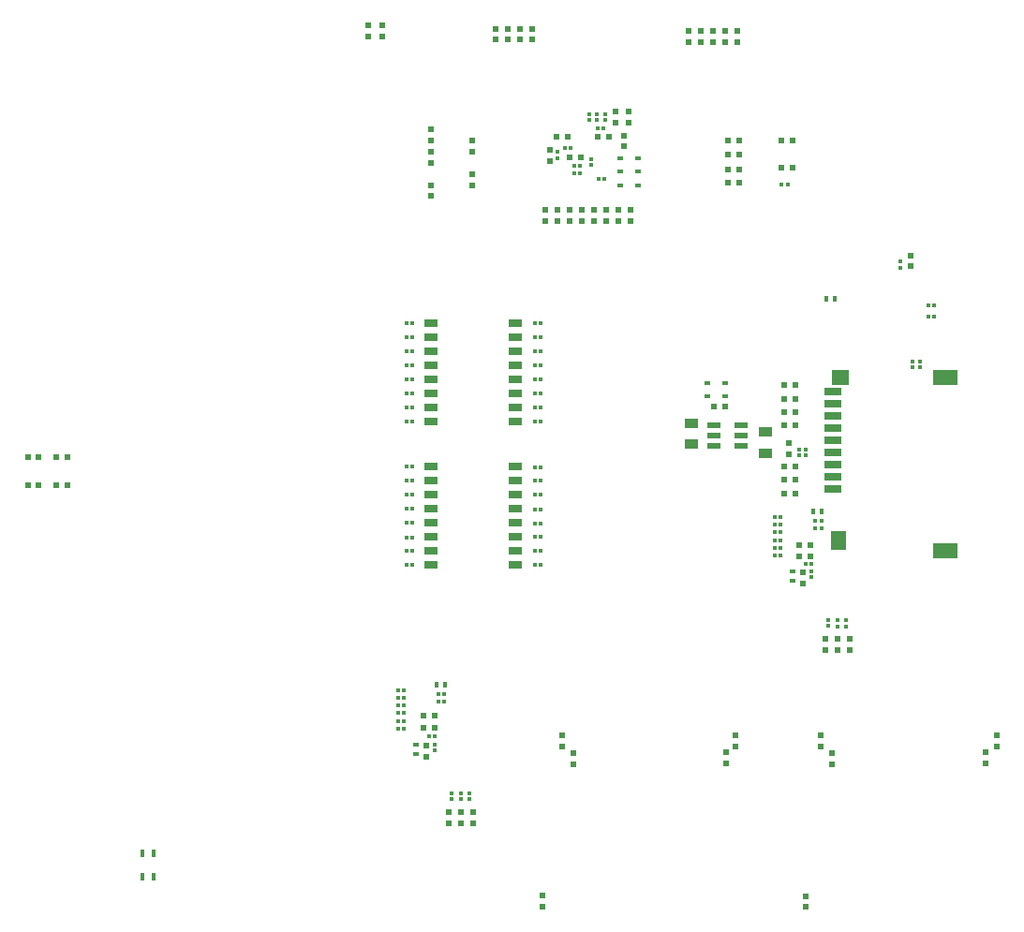
<source format=gbp>
G04*
G04 #@! TF.GenerationSoftware,Altium Limited,Altium Designer,18.1.6 (161)*
G04*
G04 Layer_Color=128*
%FSTAX24Y24*%
%MOIN*%
G70*
G01*
G75*
%ADD24R,0.0118X0.0118*%
%ADD25R,0.0118X0.0118*%
%ADD27R,0.0236X0.0197*%
%ADD29R,0.0157X0.0197*%
%ADD30R,0.0200X0.0140*%
%ADD32R,0.0197X0.0236*%
%ADD36R,0.0197X0.0157*%
%ADD47R,0.0197X0.0197*%
%ADD48R,0.0236X0.0197*%
%ADD64R,0.0197X0.0236*%
G04:AMPARAMS|DCode=67|XSize=47.6mil|YSize=22.8mil|CornerRadius=2.9mil|HoleSize=0mil|Usage=FLASHONLY|Rotation=0.000|XOffset=0mil|YOffset=0mil|HoleType=Round|Shape=RoundedRectangle|*
%AMROUNDEDRECTD67*
21,1,0.0476,0.0171,0,0,0.0*
21,1,0.0419,0.0228,0,0,0.0*
1,1,0.0057,0.0210,-0.0086*
1,1,0.0057,-0.0210,-0.0086*
1,1,0.0057,-0.0210,0.0086*
1,1,0.0057,0.0210,0.0086*
%
%ADD67ROUNDEDRECTD67*%
%ADD76R,0.0197X0.0197*%
%ADD77R,0.0512X0.0354*%
%ADD78R,0.0137X0.0297*%
%ADD205R,0.0500X0.0299*%
%ADD206R,0.0630X0.0276*%
%ADD207R,0.0630X0.0551*%
%ADD208R,0.0866X0.0551*%
%ADD209R,0.0551X0.0709*%
D24*
X056535Y028087D02*
D03*
Y027878D02*
D03*
X05747Y026343D02*
D03*
Y026135D02*
D03*
X057156Y02635D02*
D03*
Y026142D02*
D03*
X057785Y026343D02*
D03*
Y026135D02*
D03*
X056339Y032218D02*
D03*
Y032427D02*
D03*
X056102Y032218D02*
D03*
Y032427D02*
D03*
X043148Y021718D02*
D03*
Y021927D02*
D03*
X060394Y035339D02*
D03*
Y035547D02*
D03*
X060157Y035339D02*
D03*
Y035547D02*
D03*
X059705Y038902D02*
D03*
Y03911D02*
D03*
X043748Y020191D02*
D03*
Y019982D02*
D03*
X044063Y020184D02*
D03*
Y019975D02*
D03*
X044378Y020184D02*
D03*
Y019975D02*
D03*
X049193Y044148D02*
D03*
Y044356D02*
D03*
X048701Y042762D02*
D03*
Y042553D02*
D03*
X047517Y042802D02*
D03*
Y04301D02*
D03*
X048632Y044148D02*
D03*
Y044356D02*
D03*
X048898Y044148D02*
D03*
Y044356D02*
D03*
D25*
X04214Y028307D02*
D03*
X042348D02*
D03*
X04214Y028809D02*
D03*
X042348D02*
D03*
X04214Y029301D02*
D03*
X042348D02*
D03*
X04214Y029813D02*
D03*
X042348D02*
D03*
X04214Y030305D02*
D03*
X042348D02*
D03*
X04214Y030817D02*
D03*
X042348D02*
D03*
X04214Y031309D02*
D03*
X042348D02*
D03*
X04214Y031811D02*
D03*
X042348D02*
D03*
X046703Y028307D02*
D03*
X046911D02*
D03*
X046703Y028809D02*
D03*
X046911D02*
D03*
X046703Y029311D02*
D03*
X046911D02*
D03*
X046703Y029803D02*
D03*
X046911D02*
D03*
X046703Y030295D02*
D03*
X046911D02*
D03*
X046703Y030807D02*
D03*
X046911D02*
D03*
X046703Y031309D02*
D03*
X046911D02*
D03*
Y031801D02*
D03*
X046703D02*
D03*
X055445Y028642D02*
D03*
X055236D02*
D03*
X055445Y03003D02*
D03*
X055236D02*
D03*
X055445Y028927D02*
D03*
X055236D02*
D03*
X055445Y029754D02*
D03*
X055236D02*
D03*
X056896Y029892D02*
D03*
X056687D02*
D03*
X056896Y029626D02*
D03*
X056687D02*
D03*
X055445Y029478D02*
D03*
X055236D02*
D03*
X055445Y029203D02*
D03*
X055236D02*
D03*
X056551Y028346D02*
D03*
X056343D02*
D03*
X041829Y02387D02*
D03*
X042037D02*
D03*
X043488Y023467D02*
D03*
X04328D02*
D03*
X043488Y023732D02*
D03*
X04328D02*
D03*
X042935Y022217D02*
D03*
X043144D02*
D03*
X042037Y022768D02*
D03*
X041829D02*
D03*
Y022482D02*
D03*
X042037D02*
D03*
Y023319D02*
D03*
X041829D02*
D03*
X042037Y023043D02*
D03*
X041829D02*
D03*
X055486Y04185D02*
D03*
X055695D02*
D03*
X060713Y037539D02*
D03*
X060921D02*
D03*
X041829Y023594D02*
D03*
X042037D02*
D03*
X060921Y037146D02*
D03*
X060713D02*
D03*
X046911Y034921D02*
D03*
X046703D02*
D03*
X046911Y036909D02*
D03*
X046703D02*
D03*
X046911Y036427D02*
D03*
X046703D02*
D03*
X046911Y035915D02*
D03*
X046703D02*
D03*
X046911Y035423D02*
D03*
X046703D02*
D03*
X046911Y034419D02*
D03*
X046703D02*
D03*
X046911Y033917D02*
D03*
X046703D02*
D03*
X046911Y033425D02*
D03*
X046703D02*
D03*
X042348Y034931D02*
D03*
X04214D02*
D03*
X042348Y036929D02*
D03*
X04214D02*
D03*
X042348Y036427D02*
D03*
X04214D02*
D03*
X042348Y035925D02*
D03*
X04214D02*
D03*
X042348Y035423D02*
D03*
X04214D02*
D03*
X042348Y034429D02*
D03*
X04214D02*
D03*
X042348Y033927D02*
D03*
X04214D02*
D03*
X042348Y033415D02*
D03*
X04214D02*
D03*
X049136Y043839D02*
D03*
X048927D02*
D03*
X048094Y04251D02*
D03*
X048303D02*
D03*
X04897Y042057D02*
D03*
X049179D02*
D03*
X048094Y042244D02*
D03*
X048303D02*
D03*
X047978Y043159D02*
D03*
X04777D02*
D03*
D27*
X028661Y03215D02*
D03*
X029055D02*
D03*
X030059Y031142D02*
D03*
X029665D02*
D03*
X029055D02*
D03*
X028661D02*
D03*
X029665Y03215D02*
D03*
X030059D02*
D03*
X055974Y030846D02*
D03*
X055581D02*
D03*
X055984Y031339D02*
D03*
X055591D02*
D03*
X055974Y031831D02*
D03*
X055581D02*
D03*
X055974Y033287D02*
D03*
X055581D02*
D03*
X055974Y03376D02*
D03*
X055581D02*
D03*
X055974Y034232D02*
D03*
X055581D02*
D03*
X055974Y034705D02*
D03*
X055581D02*
D03*
D29*
X056919Y030207D02*
D03*
X056604D02*
D03*
X043512Y024047D02*
D03*
X043197D02*
D03*
X057067Y037795D02*
D03*
X057382D02*
D03*
D30*
X049744Y042795D02*
D03*
X050374D02*
D03*
X053465Y034803D02*
D03*
X052835D02*
D03*
X052835Y034331D02*
D03*
X053465D02*
D03*
X050374Y042323D02*
D03*
X049744D02*
D03*
Y041831D02*
D03*
X050374D02*
D03*
D32*
X047884Y043543D02*
D03*
X04749D02*
D03*
X056516Y029016D02*
D03*
X056122D02*
D03*
X042754Y022945D02*
D03*
X043148D02*
D03*
X055866Y042441D02*
D03*
X055472D02*
D03*
X053965Y042402D02*
D03*
X053571D02*
D03*
X053571Y041929D02*
D03*
X053965D02*
D03*
X055866Y043425D02*
D03*
X055472D02*
D03*
X053571Y042913D02*
D03*
X053965D02*
D03*
X053571Y043425D02*
D03*
X053965D02*
D03*
X053465Y033937D02*
D03*
X053071D02*
D03*
X048957Y043543D02*
D03*
X04935D02*
D03*
X047953Y042835D02*
D03*
X048346D02*
D03*
D36*
X055876Y028071D02*
D03*
Y027756D02*
D03*
X042469Y021596D02*
D03*
Y021911D02*
D03*
D47*
X046967Y016144D02*
D03*
Y016537D02*
D03*
X056339Y016142D02*
D03*
Y016535D02*
D03*
X062756Y02126D02*
D03*
Y021654D02*
D03*
X06315Y022244D02*
D03*
Y02185D02*
D03*
X05689Y022244D02*
D03*
Y02185D02*
D03*
X057283Y02122D02*
D03*
Y021614D02*
D03*
X05625Y027657D02*
D03*
Y028051D02*
D03*
X055748Y032244D02*
D03*
Y032638D02*
D03*
X042843Y021892D02*
D03*
Y021498D02*
D03*
X048071Y02122D02*
D03*
Y021614D02*
D03*
X053514Y02125D02*
D03*
Y021644D02*
D03*
X047677Y022244D02*
D03*
Y02185D02*
D03*
X053858Y022244D02*
D03*
Y02185D02*
D03*
X060089Y038937D02*
D03*
Y039331D02*
D03*
X047244Y042677D02*
D03*
Y043071D02*
D03*
X049567Y044045D02*
D03*
Y044439D02*
D03*
D48*
X042992Y041831D02*
D03*
Y041437D02*
D03*
Y043022D02*
D03*
Y042628D02*
D03*
Y043809D02*
D03*
Y043415D02*
D03*
X057037Y025285D02*
D03*
Y025679D02*
D03*
X05747Y025285D02*
D03*
Y025679D02*
D03*
X057904Y025285D02*
D03*
Y025679D02*
D03*
X04363Y01952D02*
D03*
Y019126D02*
D03*
X044063Y01952D02*
D03*
Y019126D02*
D03*
X044496Y01952D02*
D03*
Y019126D02*
D03*
X050118Y040551D02*
D03*
Y040945D02*
D03*
X049685Y040551D02*
D03*
Y040945D02*
D03*
X049252Y040551D02*
D03*
Y040945D02*
D03*
X048819Y040551D02*
D03*
Y040945D02*
D03*
X048386Y040551D02*
D03*
Y040945D02*
D03*
X047953Y040551D02*
D03*
Y040945D02*
D03*
X04752Y040551D02*
D03*
Y040945D02*
D03*
X047087Y040551D02*
D03*
Y040945D02*
D03*
X049882Y043209D02*
D03*
Y043602D02*
D03*
X05003Y044045D02*
D03*
Y044439D02*
D03*
X044488Y043406D02*
D03*
Y043012D02*
D03*
Y041831D02*
D03*
Y042224D02*
D03*
D64*
X052598Y046929D02*
D03*
Y047323D02*
D03*
X053465Y046929D02*
D03*
Y047323D02*
D03*
X053032Y046929D02*
D03*
Y047323D02*
D03*
X052165Y046929D02*
D03*
Y047323D02*
D03*
X053898Y046929D02*
D03*
Y047323D02*
D03*
X046614Y047008D02*
D03*
Y047402D02*
D03*
X046181Y047008D02*
D03*
Y047402D02*
D03*
X045748Y047008D02*
D03*
Y047402D02*
D03*
X045315Y047008D02*
D03*
Y047402D02*
D03*
X04126Y047126D02*
D03*
Y04752D02*
D03*
X040787Y047126D02*
D03*
Y04752D02*
D03*
D67*
X054055Y033287D02*
D03*
Y032913D02*
D03*
Y032539D02*
D03*
X053067Y033287D02*
D03*
Y032913D02*
D03*
Y032539D02*
D03*
D76*
X056122Y028632D02*
D03*
X056516D02*
D03*
X043148Y022531D02*
D03*
X042754D02*
D03*
D77*
X052283Y032618D02*
D03*
Y033366D02*
D03*
X054921Y033051D02*
D03*
Y032303D02*
D03*
D78*
X03315Y018042D02*
D03*
X032756D02*
D03*
Y017233D02*
D03*
X03315D02*
D03*
D205*
X043008Y031809D02*
D03*
Y031309D02*
D03*
Y030809D02*
D03*
Y030309D02*
D03*
Y029809D02*
D03*
Y029309D02*
D03*
Y028809D02*
D03*
Y028309D02*
D03*
X046008D02*
D03*
Y028809D02*
D03*
Y029309D02*
D03*
Y029809D02*
D03*
Y030309D02*
D03*
Y030809D02*
D03*
Y031309D02*
D03*
Y031809D02*
D03*
X046008Y036927D02*
D03*
Y036427D02*
D03*
Y035927D02*
D03*
Y035427D02*
D03*
Y034927D02*
D03*
Y034427D02*
D03*
Y033927D02*
D03*
Y033427D02*
D03*
X043008D02*
D03*
Y033927D02*
D03*
Y034427D02*
D03*
Y034927D02*
D03*
Y035427D02*
D03*
Y035927D02*
D03*
Y036427D02*
D03*
Y036927D02*
D03*
D206*
X057323Y031024D02*
D03*
Y031457D02*
D03*
Y03189D02*
D03*
Y032323D02*
D03*
Y032756D02*
D03*
Y033189D02*
D03*
Y033622D02*
D03*
Y034055D02*
D03*
Y034488D02*
D03*
D207*
X057559Y035D02*
D03*
D208*
X061299D02*
D03*
Y028819D02*
D03*
D209*
X05752Y029173D02*
D03*
M02*

</source>
